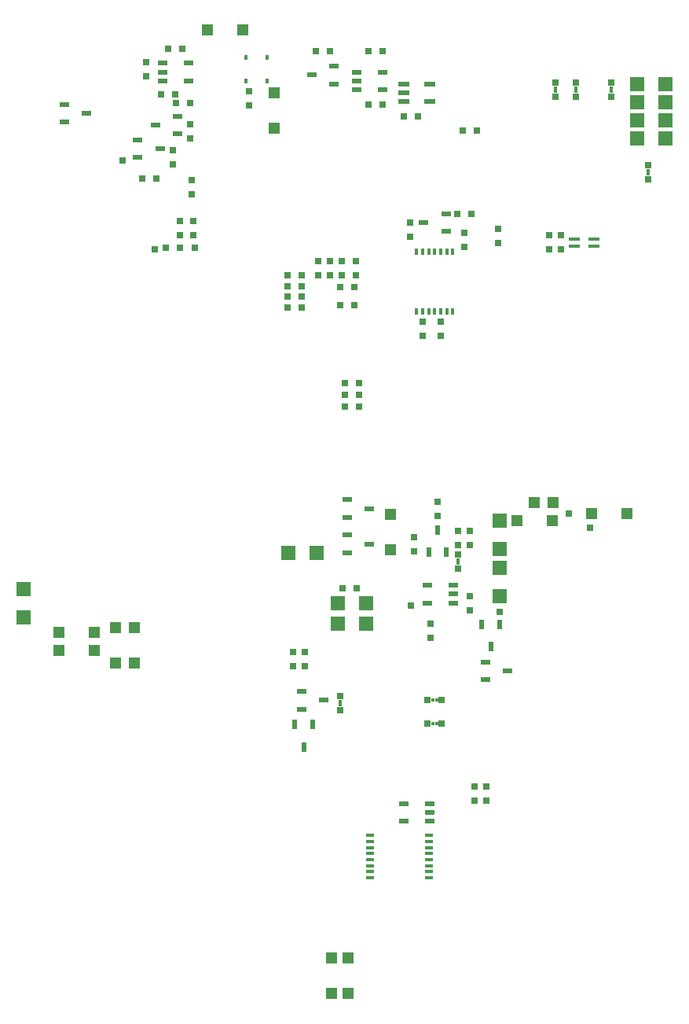
<source format=gbr>
%TF.GenerationSoftware,KiCad,Pcbnew,8.0.1-rc1*%
%TF.CreationDate,2024-12-19T23:23:58-08:00*%
%TF.ProjectId,MMTR_AFE_00_04_TORELEASE,4d4d5452-5f41-4464-955f-30305f30345f,rev?*%
%TF.SameCoordinates,Original*%
%TF.FileFunction,Paste,Bot*%
%TF.FilePolarity,Positive*%
%FSLAX46Y46*%
G04 Gerber Fmt 4.6, Leading zero omitted, Abs format (unit mm)*
G04 Created by KiCad (PCBNEW 8.0.1-rc1) date 2024-12-19 23:23:58*
%MOMM*%
%LPD*%
G01*
G04 APERTURE LIST*
%ADD10R,0.762000X0.762000*%
%ADD11R,1.270000X1.270000*%
%ADD12R,0.400000X0.400000*%
%ADD13R,1.270000X0.431800*%
%ADD14R,1.000000X0.500000*%
%ADD15R,0.500000X1.000000*%
%ADD16R,0.310000X0.700000*%
%ADD17R,1.524000X1.524000*%
%ADD18R,1.200000X0.600000*%
%ADD19R,0.900000X0.310000*%
%ADD20R,0.400000X0.500000*%
G04 APERTURE END LIST*
D10*
%TO.C,C75*%
X160147000Y-60706000D03*
X160147000Y-62230000D03*
%TD*%
%TO.C,C5*%
X141605000Y-39243000D03*
X141605000Y-40767000D03*
%TD*%
%TO.C,J105*%
X179705000Y-98425000D03*
%TD*%
%TO.C,R79*%
X172243750Y-99726750D03*
X172243750Y-101250750D03*
%TD*%
%TO.C,RT5*%
X164592000Y-73787000D03*
X163068000Y-73787000D03*
%TD*%
D11*
%TO.C,D1*%
X189611000Y-87884000D03*
X193421000Y-87884000D03*
%TD*%
D10*
%TO.C,C70*%
X167132000Y-43815000D03*
X165608000Y-43815000D03*
%TD*%
%TO.C,C56*%
X159893000Y-38100000D03*
X161417000Y-38100000D03*
%TD*%
%TO.C,J47*%
X195738750Y-50355500D03*
D12*
X195738750Y-50917500D03*
X195738750Y-51317500D03*
D10*
X195738750Y-51879500D03*
%TD*%
D11*
%TO.C,D14*%
X148209000Y-35814000D03*
X152019000Y-35814000D03*
%TD*%
D13*
%TO.C,L1*%
X187787208Y-58274000D03*
X189887208Y-58274000D03*
X189887208Y-59074000D03*
X187787208Y-59074000D03*
%TD*%
D14*
%TO.C,U20*%
X132785000Y-45717500D03*
X132785000Y-43817500D03*
X135185000Y-44767500D03*
%TD*%
D10*
%TO.C,J16*%
X187198000Y-87884000D03*
%TD*%
%TO.C,C74*%
X161417000Y-60706000D03*
X161417000Y-62230000D03*
%TD*%
%TO.C,R86*%
X156845000Y-63373000D03*
X158369000Y-63373000D03*
%TD*%
D11*
%TO.C,RT7*%
X185483500Y-86677500D03*
X183451500Y-86677500D03*
%TD*%
D15*
%TO.C,U26*%
X177802500Y-99765000D03*
X179702500Y-99765000D03*
X178752500Y-102165000D03*
%TD*%
D10*
%TO.C,J42*%
X146843750Y-59213750D03*
%TD*%
D14*
%TO.C,Q18*%
X145027500Y-45087500D03*
X145027500Y-46987500D03*
X142627500Y-46037500D03*
%TD*%
D15*
%TO.C,Q6*%
X173987500Y-92005000D03*
X172087500Y-92005000D03*
X173037500Y-89605000D03*
%TD*%
D14*
%TO.C,U9*%
X143380000Y-41272500D03*
X143380000Y-40322500D03*
X143380000Y-39372500D03*
X146180000Y-39372500D03*
X146180000Y-41272500D03*
%TD*%
D11*
%TO.C,D9*%
X140318750Y-100171250D03*
X140318750Y-103981250D03*
%TD*%
D10*
%TO.C,R49*%
X152717500Y-42418000D03*
X152717500Y-43942000D03*
%TD*%
%TO.C,RT6*%
X164592000Y-75057000D03*
X163068000Y-75057000D03*
%TD*%
D11*
%TO.C,D12*%
X163353750Y-139541250D03*
X163353750Y-135731250D03*
%TD*%
D10*
%TO.C,J50*%
X185737500Y-41465500D03*
D12*
X185737500Y-42027500D03*
X185737500Y-42427500D03*
D10*
X185737500Y-42989500D03*
%TD*%
%TO.C,R60*%
X157480000Y-102743000D03*
X157480000Y-104267000D03*
%TD*%
D14*
%TO.C,Q20*%
X178187500Y-105725000D03*
X178187500Y-103825000D03*
X180587500Y-104775000D03*
%TD*%
D16*
%TO.C,U14*%
X174670000Y-66065000D03*
X174020000Y-66065000D03*
X173370000Y-66065000D03*
X172720000Y-66065000D03*
X172070000Y-66065000D03*
X171420000Y-66065000D03*
X170770000Y-66065000D03*
X170770000Y-59665000D03*
X171420000Y-59665000D03*
X172070000Y-59665000D03*
X172720000Y-59665000D03*
X173370000Y-59665000D03*
X174020000Y-59665000D03*
X174670000Y-59665000D03*
%TD*%
D10*
%TO.C,J14*%
X146367500Y-45910500D03*
X146367500Y-47434500D03*
%TD*%
%TO.C,R88*%
X164211000Y-60706000D03*
X162687000Y-60706000D03*
%TD*%
%TO.C,R45*%
X141160500Y-51752500D03*
X142684500Y-51752500D03*
%TD*%
D17*
%TO.C,R76*%
X179705000Y-91694000D03*
X179705000Y-88646000D03*
%TD*%
D15*
%TO.C,Q17*%
X157653808Y-110560000D03*
X159553808Y-110560000D03*
X158603808Y-112960000D03*
%TD*%
D10*
%TO.C,R81*%
X175895000Y-59182000D03*
X175895000Y-57658000D03*
%TD*%
D17*
%TO.C,C26*%
X165354000Y-97472500D03*
X162306000Y-97472500D03*
%TD*%
D11*
%TO.C,D11*%
X161607500Y-135731250D03*
X161607500Y-139541250D03*
%TD*%
D10*
%TO.C,C16*%
X186297208Y-57912000D03*
X186297208Y-59436000D03*
%TD*%
D17*
%TO.C,C57*%
X194564000Y-41605200D03*
X197612000Y-41605200D03*
%TD*%
D10*
%TO.C,J32*%
X142557500Y-59372500D03*
%TD*%
D18*
%TO.C,U24*%
X169415000Y-43495000D03*
X169415000Y-42545000D03*
X169415000Y-41595000D03*
X172215000Y-41595000D03*
X172215000Y-43495000D03*
%TD*%
D17*
%TO.C,C14*%
X194564000Y-47498000D03*
X197612000Y-47498000D03*
%TD*%
D10*
%TO.C,C30*%
X164274500Y-95885000D03*
X162750500Y-95885000D03*
%TD*%
%TO.C,R82*%
X170021250Y-56546750D03*
X170021250Y-58070750D03*
%TD*%
D17*
%TO.C,C31*%
X159956500Y-92075000D03*
X156908500Y-92075000D03*
%TD*%
D10*
%TO.C,R83*%
X171450000Y-68707000D03*
X171450000Y-67183000D03*
%TD*%
D14*
%TO.C,Q16*%
X158356308Y-108900000D03*
X158356308Y-107000000D03*
X160756308Y-107950000D03*
%TD*%
D10*
%TO.C,R84*%
X173355000Y-68707000D03*
X173355000Y-67183000D03*
%TD*%
%TO.C,R46*%
X175260000Y-89725500D03*
X175260000Y-91249500D03*
%TD*%
%TO.C,R78*%
X176530000Y-96710500D03*
X176530000Y-98234500D03*
%TD*%
%TO.C,C4*%
X144462500Y-48768000D03*
X144462500Y-50292000D03*
%TD*%
%TO.C,R61*%
X158750000Y-102743000D03*
X158750000Y-104267000D03*
%TD*%
%TO.C,C8*%
X146335750Y-43656250D03*
X144811750Y-43656250D03*
%TD*%
D14*
%TO.C,U29*%
X172215000Y-119065000D03*
X172215000Y-120015000D03*
X172215000Y-120965000D03*
X169415000Y-120965000D03*
X169415000Y-119065000D03*
%TD*%
D10*
%TO.C,R91*%
X164084000Y-65405000D03*
X162560000Y-65405000D03*
%TD*%
D19*
%TO.C,U28*%
X165710000Y-127052500D03*
X165710000Y-126402500D03*
X165710000Y-125752500D03*
X165710000Y-125102500D03*
X165710000Y-124452500D03*
X165710000Y-123802500D03*
X165710000Y-123152500D03*
X165710000Y-122502500D03*
X172110000Y-122502500D03*
X172110000Y-123152500D03*
X172110000Y-123802500D03*
X172110000Y-124452500D03*
X172110000Y-125102500D03*
X172110000Y-125752500D03*
X172110000Y-126402500D03*
X172110000Y-127052500D03*
%TD*%
D14*
%TO.C,Q11*%
X163265000Y-88262500D03*
X163265000Y-86362500D03*
X165665000Y-87312500D03*
%TD*%
D10*
%TO.C,C7*%
X143224250Y-42703750D03*
X144748250Y-42703750D03*
%TD*%
%TO.C,R87*%
X156845000Y-62230000D03*
X158369000Y-62230000D03*
%TD*%
%TO.C,J48*%
X191770000Y-41465500D03*
D12*
X191770000Y-42027500D03*
X191770000Y-42427500D03*
D10*
X191770000Y-42989500D03*
%TD*%
%TO.C,J80*%
X173482000Y-107950000D03*
D12*
X172920000Y-107950000D03*
X172520000Y-107950000D03*
D10*
X171958000Y-107950000D03*
%TD*%
%TO.C,R58*%
X146685000Y-56388000D03*
X146685000Y-57912000D03*
%TD*%
%TO.C,R85*%
X156845000Y-64516000D03*
X158369000Y-64516000D03*
%TD*%
%TO.C,J9*%
X175260000Y-93789500D03*
D12*
X175260000Y-93227500D03*
X175260000Y-92827500D03*
D10*
X175260000Y-92265500D03*
%TD*%
D14*
%TO.C,Q10*%
X163265000Y-92072500D03*
X163265000Y-90172500D03*
X165665000Y-91122500D03*
%TD*%
D10*
%TO.C,C1*%
X176530000Y-91249500D03*
X176530000Y-89725500D03*
%TD*%
D17*
%TO.C,C27*%
X165354000Y-99695000D03*
X162306000Y-99695000D03*
%TD*%
D11*
%TO.C,D10*%
X138271250Y-103981250D03*
X138271250Y-100171250D03*
%TD*%
D20*
%TO.C,D3*%
X154622500Y-38755000D03*
X154622500Y-41255000D03*
%TD*%
D10*
%TO.C,R7*%
X178308000Y-118745000D03*
X178308000Y-117221000D03*
%TD*%
D11*
%TO.C,D8*%
X136048750Y-102552500D03*
X132238750Y-102552500D03*
%TD*%
D10*
%TO.C,R31*%
X173037500Y-88074500D03*
X173037500Y-86550500D03*
%TD*%
%TO.C,C38*%
X175768000Y-46634400D03*
X177292000Y-46634400D03*
%TD*%
D14*
%TO.C,Q15*%
X173920000Y-55565000D03*
X173920000Y-57465000D03*
X171520000Y-56515000D03*
%TD*%
D10*
%TO.C,R89*%
X164211000Y-62230000D03*
X162687000Y-62230000D03*
%TD*%
%TO.C,J36*%
X139065000Y-49847500D03*
%TD*%
D14*
%TO.C,U4*%
X174755000Y-95570000D03*
X174755000Y-96520000D03*
X174755000Y-97470000D03*
X171955000Y-97470000D03*
X171955000Y-95570000D03*
%TD*%
D17*
%TO.C,C11*%
X194564000Y-43535600D03*
X197612000Y-43535600D03*
%TD*%
D14*
%TO.C,Q19*%
X140722500Y-49527500D03*
X140722500Y-47627500D03*
X143122500Y-48577500D03*
%TD*%
D10*
%TO.C,J49*%
X162560000Y-107505500D03*
D12*
X162560000Y-108067500D03*
X162560000Y-108467500D03*
D10*
X162560000Y-109029500D03*
%TD*%
D14*
%TO.C,Q13*%
X161855000Y-39690000D03*
X161855000Y-41590000D03*
X159455000Y-40640000D03*
%TD*%
D10*
%TO.C,R64*%
X145224500Y-59213750D03*
X143700500Y-59213750D03*
%TD*%
D17*
%TO.C,C9*%
X128397000Y-96012000D03*
X128397000Y-99060000D03*
%TD*%
D10*
%TO.C,J81*%
X173482000Y-110490000D03*
D12*
X172920000Y-110490000D03*
X172520000Y-110490000D03*
D10*
X171958000Y-110490000D03*
%TD*%
%TO.C,C15*%
X185027208Y-57912000D03*
X185027208Y-59436000D03*
%TD*%
D14*
%TO.C,U25*%
X164335000Y-42225000D03*
X164335000Y-41275000D03*
X164335000Y-40325000D03*
X167135000Y-40325000D03*
X167135000Y-42225000D03*
%TD*%
D10*
%TO.C,C2*%
X145542000Y-37782500D03*
X144018000Y-37782500D03*
%TD*%
%TO.C,R90*%
X164084000Y-63500000D03*
X162560000Y-63500000D03*
%TD*%
%TO.C,R6*%
X177038000Y-118745000D03*
X177038000Y-117221000D03*
%TD*%
%TO.C,J17*%
X189484000Y-89408000D03*
%TD*%
%TO.C,C69*%
X169418000Y-45085000D03*
X170942000Y-45085000D03*
%TD*%
D20*
%TO.C,D4*%
X152400000Y-38755000D03*
X152400000Y-41255000D03*
%TD*%
D10*
%TO.C,J22*%
X170180000Y-97790000D03*
%TD*%
%TO.C,C21*%
X179546250Y-57181750D03*
X179546250Y-58705750D03*
%TD*%
%TO.C,R59*%
X175133000Y-55562500D03*
X176657000Y-55562500D03*
%TD*%
D11*
%TO.C,D2*%
X167957500Y-91757500D03*
X167957500Y-87947500D03*
%TD*%
%TO.C,D6*%
X181610000Y-88582500D03*
X185420000Y-88582500D03*
%TD*%
D10*
%TO.C,C35*%
X165608000Y-38100000D03*
X167132000Y-38100000D03*
%TD*%
%TO.C,R65*%
X145232250Y-56388000D03*
X145232250Y-57912000D03*
%TD*%
%TO.C,R55*%
X146526250Y-53467000D03*
X146526250Y-51943000D03*
%TD*%
%TO.C,J51*%
X187960000Y-41465500D03*
D12*
X187960000Y-42027500D03*
X187960000Y-42427500D03*
D10*
X187960000Y-42989500D03*
%TD*%
D11*
%TO.C,D13*%
X155448000Y-42545000D03*
X155448000Y-46355000D03*
%TD*%
D10*
%TO.C,R10*%
X156845000Y-65659000D03*
X158369000Y-65659000D03*
%TD*%
D17*
%TO.C,R77*%
X179705000Y-96774000D03*
X179705000Y-93726000D03*
%TD*%
D10*
%TO.C,RT4*%
X164592000Y-76327000D03*
X163068000Y-76327000D03*
%TD*%
D11*
%TO.C,D7*%
X132238750Y-100678750D03*
X136048750Y-100678750D03*
%TD*%
D10*
%TO.C,R30*%
X170497500Y-90360500D03*
X170497500Y-91884500D03*
%TD*%
D17*
%TO.C,C36*%
X194564000Y-45516800D03*
X197612000Y-45516800D03*
%TD*%
M02*

</source>
